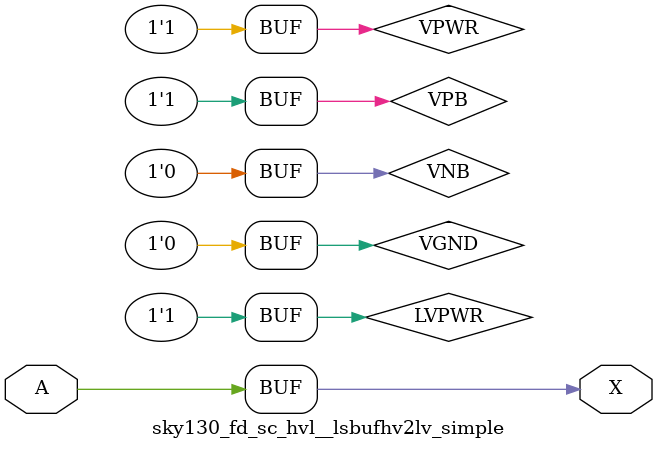
<source format=v>
/*
 * Copyright 2020 The SkyWater PDK Authors
 *
 * Licensed under the Apache License, Version 2.0 (the "License");
 * you may not use this file except in compliance with the License.
 * You may obtain a copy of the License at
 *
 *     https://www.apache.org/licenses/LICENSE-2.0
 *
 * Unless required by applicable law or agreed to in writing, software
 * distributed under the License is distributed on an "AS IS" BASIS,
 * WITHOUT WARRANTIES OR CONDITIONS OF ANY KIND, either express or implied.
 * See the License for the specific language governing permissions and
 * limitations under the License.
 *
 * SPDX-License-Identifier: Apache-2.0
*/


`ifndef SKY130_FD_SC_HVL__LSBUFHV2LV_SIMPLE_TIMING_V
`define SKY130_FD_SC_HVL__LSBUFHV2LV_SIMPLE_TIMING_V

/**
 * lsbufhv2lv_simple: Level shifting buffer, High Voltage to Low
 *                    Voltage, simple (hv devices in inverters on lv
 *                    power rail).
 *
 * Verilog simulation timing model.
 */

`timescale 1ns / 1ps
`default_nettype none

`celldefine
module sky130_fd_sc_hvl__lsbufhv2lv_simple (
    X,
    A
);

    // Module ports
    output X;
    input  A;

    // Module supplies
    supply1 VPWR ;
    supply0 VGND ;
    supply1 LVPWR;
    supply1 VPB  ;
    supply0 VNB  ;

    //  Name  Output  Other arguments
    buf buf0 (X     , A              );

endmodule
`endcelldefine

`default_nettype wire
`endif  // SKY130_FD_SC_HVL__LSBUFHV2LV_SIMPLE_TIMING_V

</source>
